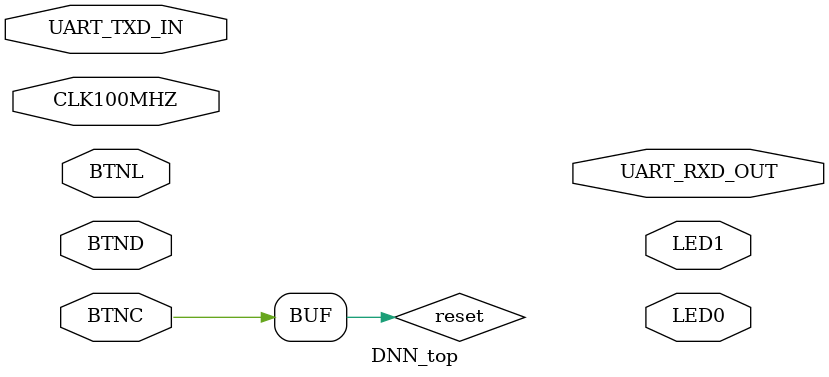
<source format=v>
`timescale 1ns/100ps

module DNN_top(
	input CLK100MHZ, //system clock
	input BTNC, //reset signal
	input BTND, //transmitt
	input BTNL, //run

	//LED
	output LED0, //finish of trans
	output LED1, //finish running

	// RS232 signals
	input UART_TXD_IN,
	output UART_RXD_OUT
	);

parameter BAUD_RATE = 115_200; //for UART
wire reset;

//input/output buffers

assign reset = BTNC;


DNN DNN_test (
	.act0(),
	.ans0(),
	.etapos0(4),
	.clk(CLK100MHZ),
    .reset(reset),
	.ansL(),
	.actL_alln()
	);

endmodule
</source>
